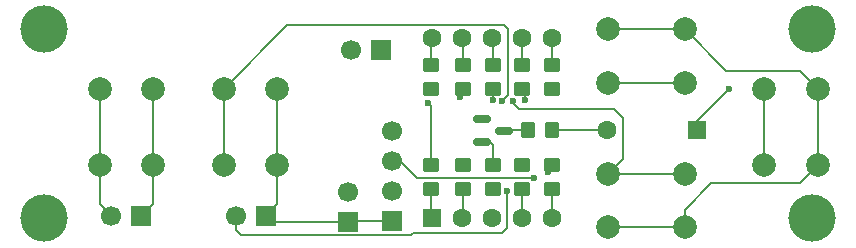
<source format=gbr>
G04 This is an RS-274x file exported by *
G04 gerbv version 2.10.0 *
G04 More information is available about gerbv at *
G04 https://gerbv.github.io/ *
G04 --End of header info--*
%MOIN*%
%FSLAX36Y36*%
%IPPOS*%
G04 --Define apertures--*
%ADD10C,0.0787*%
%ADD11R,0.0669X0.0669*%
%ADD12C,0.0669*%
%ADD13C,0.0630*%
%ADD14R,0.0630X0.0630*%
%AMMACRO15*
4,1,4,-0.013780,-0.017717,0.013780,-0.017717,0.013780,0.017717,-0.013780,0.017717,-0.013780,-0.017717,0.000000*
1,1,0.019685,-0.013780,-0.017717*
1,1,0.019685,0.013780,-0.017717*
1,1,0.019685,0.013780,0.017717*
1,1,0.019685,-0.013780,0.017717*
20,1,0.019685,-0.013780,-0.017717,0.013780,-0.017717,0.000000*
20,1,0.019685,0.013780,-0.017717,0.013780,0.017717,0.000000*
20,1,0.019685,0.013780,0.017717,-0.013780,0.017717,0.000000*
20,1,0.019685,-0.013780,0.017717,-0.013780,-0.017717,0.000000*
%
%ADD15MACRO15*%
%AMMACRO16*
4,1,4,0.017717,-0.013780,0.017717,0.013780,-0.017717,0.013780,-0.017717,-0.013780,0.017717,-0.013780,0.000000*
1,1,0.019685,0.017717,-0.013780*
1,1,0.019685,0.017717,0.013780*
1,1,0.019685,-0.017717,0.013780*
1,1,0.019685,-0.017717,-0.013780*
20,1,0.019685,0.017717,-0.013780,0.017717,0.013780,0.000000*
20,1,0.019685,0.017717,0.013780,-0.017717,0.013780,0.000000*
20,1,0.019685,-0.017717,0.013780,-0.017717,-0.013780,0.000000*
20,1,0.019685,-0.017717,-0.013780,0.017717,-0.013780,0.000000*
%
%ADD16MACRO16*%
%AMMACRO17*
4,1,4,-0.023130,-0.005906,0.023130,-0.005906,0.023130,0.005906,-0.023130,0.005906,-0.023130,-0.005906,0.000000*
1,1,0.011811,-0.023130,-0.005906*
1,1,0.011811,0.023130,-0.005906*
1,1,0.011811,0.023130,0.005906*
1,1,0.011811,-0.023130,0.005906*
20,1,0.011811,-0.023130,-0.005906,0.023130,-0.005906,0.000000*
20,1,0.011811,0.023130,-0.005906,0.023130,0.005906,0.000000*
20,1,0.011811,0.023130,0.005906,-0.023130,0.005906,0.000000*
20,1,0.011811,-0.023130,0.005906,-0.023130,-0.005906,0.000000*
%
%ADD17MACRO17*%
%AMMACRO18*
4,1,4,-0.017717,0.013780,-0.017717,-0.013780,0.017717,-0.013780,0.017717,0.013780,-0.017717,0.013780,0.000000*
1,1,0.019685,-0.017717,0.013780*
1,1,0.019685,-0.017717,-0.013780*
1,1,0.019685,0.017717,-0.013780*
1,1,0.019685,0.017717,0.013780*
20,1,0.019685,-0.017717,0.013780,-0.017717,-0.013780,0.000000*
20,1,0.019685,-0.017717,-0.013780,0.017717,-0.013780,0.000000*
20,1,0.019685,0.017717,-0.013780,0.017717,0.013780,0.000000*
20,1,0.019685,0.017717,0.013780,-0.017717,0.013780,0.000000*
%
%ADD18MACRO18*%
%AMMACRO19*
4,1,4,0.023622,-0.023622,0.023622,0.023622,-0.023622,0.023622,-0.023622,-0.023622,0.023622,-0.023622,0.000000*
1,1,0.019685,0.023622,-0.023622*
1,1,0.019685,0.023622,0.023622*
1,1,0.019685,-0.023622,0.023622*
1,1,0.019685,-0.023622,-0.023622*
20,1,0.019685,0.023622,-0.023622,0.023622,0.023622,0.000000*
20,1,0.019685,0.023622,0.023622,-0.023622,0.023622,0.000000*
20,1,0.019685,-0.023622,0.023622,-0.023622,-0.023622,0.000000*
20,1,0.019685,-0.023622,-0.023622,0.023622,-0.023622,0.000000*
%
%ADD19MACRO19*%
%ADD20C,0.1575*%
%ADD21C,0.0236*%
%ADD22C,0.0079*%
G04 --Start main section--*
G54D10*
G01X5088583Y-3484252D03*
G01X5088583Y-3228346D03*
G01X5265748Y-3484252D03*
G01X5265748Y-3228346D03*
G01X4675197Y-3484252D03*
G01X4675197Y-3228346D03*
G01X4852362Y-3484252D03*
G01X4852362Y-3228346D03*
G54D11*
G01X4812992Y-3651575D03*
G54D12*
G01X4712992Y-3651575D03*
G54D11*
G01X5227953Y-3651575D03*
G54D12*
G01X5127953Y-3651575D03*
G54D13*
G01X6364173Y-3366142D03*
G54D14*
G01X6663386Y-3366142D03*
G54D15*
G01X6102362Y-3366142D03*
G01X6181102Y-3366142D03*
G54D16*
G01X5984252Y-3562992D03*
G01X5984252Y-3484252D03*
G54D17*
G01X5949311Y-3406004D03*
G01X5949311Y-3331201D03*
G01X6023130Y-3368602D03*
G54D10*
G01X6889764Y-3484252D03*
G01X6889764Y-3228346D03*
G01X7066929Y-3484252D03*
G01X7066929Y-3228346D03*
G01X6368110Y-3513780D03*
G01X6624016Y-3513780D03*
G01X6368110Y-3690945D03*
G01X6624016Y-3690945D03*
G01X6624016Y-3208661D03*
G01X6368110Y-3208661D03*
G01X6624016Y-3031496D03*
G01X6368110Y-3031496D03*
G54D13*
G01X5782677Y-3061417D03*
G01X5882677Y-3061417D03*
G01X5982677Y-3061417D03*
G01X6082677Y-3061417D03*
G01X6182677Y-3061417D03*
G01X6182677Y-3661417D03*
G01X6082677Y-3661417D03*
G01X5982677Y-3661417D03*
G01X5882677Y-3661417D03*
G54D14*
G01X5782677Y-3661417D03*
G54D18*
G01X6181102Y-3484252D03*
G01X6181102Y-3562992D03*
G54D16*
G01X5777559Y-3228346D03*
G01X5777559Y-3149606D03*
G01X5885827Y-3228346D03*
G01X5885827Y-3149606D03*
G54D18*
G01X5777559Y-3484252D03*
G01X5777559Y-3562992D03*
G01X5885827Y-3484252D03*
G01X5885827Y-3562992D03*
G01X6082677Y-3484252D03*
G01X6082677Y-3562992D03*
G54D16*
G01X6181102Y-3228346D03*
G01X6181102Y-3149606D03*
G01X6082677Y-3228346D03*
G01X6082677Y-3149606D03*
G54D18*
G01X5984252Y-3149606D03*
G01X5984252Y-3228346D03*
G54D11*
G01X5501969Y-3672835D03*
G54D12*
G01X5501969Y-3572835D03*
G54D11*
G01X5649606Y-3671260D03*
G54D12*
G01X5649606Y-3571260D03*
G01X5649606Y-3471260D03*
G01X5649606Y-3371260D03*
G54D11*
G01X5610236Y-3100394D03*
G54D12*
G01X5510236Y-3100394D03*
G54D20*
G01X4488189Y-3661417D03*
G01X4488189Y-3031496D03*
G01X7047244Y-3661417D03*
G01X7047244Y-3031496D03*
G54D21*
G01X6771654Y-3228346D03*
G01X5944882Y-3326772D03*
G01X6016045Y-3268212D03*
G01X6031496Y-3569747D03*
G01X5991412Y-3570192D03*
G01X6052481Y-3269085D03*
G01X6120740Y-3527559D03*
G01X5767717Y-3277559D03*
G01X5875984Y-3257874D03*
G01X6181289Y-3227984D03*
G01X6092520Y-3267717D03*
G01X5984252Y-3267717D03*
G01X5777559Y-3228346D03*
G01X5883954Y-3483072D03*
G01X6166884Y-3506988D03*
G01X6073478Y-3482241D03*
G54D22*
G01X6663386Y-3366142D02*
G01X6663386Y-3336614D01*
G01X6663386Y-3336614D02*
G01X6771654Y-3228346D01*
G01X5088583Y-3484252D02*
G01X5088583Y-3228346D01*
G01X5265748Y-3228346D02*
G01X5275591Y-3228346D01*
G01X5265748Y-3484252D02*
G01X5265748Y-3228346D01*
G01X5265748Y-3484252D02*
G01X5265748Y-3613780D01*
G01X5265748Y-3613780D02*
G01X5227953Y-3651575D01*
G01X5501969Y-3672835D02*
G01X5249213Y-3672835D01*
G01X5249213Y-3672835D02*
G01X5227953Y-3651575D01*
G01X5649606Y-3671260D02*
G01X5503543Y-3671260D01*
G01X5503543Y-3671260D02*
G01X5501969Y-3672835D01*
G01X6368110Y-3513780D02*
G01X6624016Y-3513780D01*
G01X6624016Y-3208661D02*
G01X6368110Y-3208661D01*
G01X6624016Y-3031496D02*
G01X6368110Y-3031496D01*
G01X7066929Y-3228346D02*
G01X7007874Y-3169291D01*
G01X6761811Y-3169291D02*
G01X6624016Y-3031496D01*
G01X7007874Y-3169291D02*
G01X6761811Y-3169291D01*
G01X6624016Y-3690945D02*
G01X6624016Y-3631890D01*
G01X6712598Y-3543307D02*
G01X7007874Y-3543307D01*
G01X6624016Y-3631890D02*
G01X6712598Y-3543307D01*
G01X7007874Y-3543307D02*
G01X7066929Y-3484252D01*
G01X7066929Y-3484252D02*
G01X7066929Y-3228346D01*
G01X6889764Y-3484252D02*
G01X6889764Y-3228346D01*
G01X6368110Y-3690945D02*
G01X6624016Y-3690945D01*
G01X5949311Y-3331201D02*
G01X5944882Y-3326772D01*
G01X4852362Y-3484252D02*
G01X4852362Y-3612205D01*
G01X4852362Y-3612205D02*
G01X4812992Y-3651575D01*
G01X4675197Y-3484252D02*
G01X4675197Y-3613780D01*
G01X4675197Y-3613780D02*
G01X4712992Y-3651575D01*
G01X4852362Y-3228346D02*
G01X4852362Y-3484252D01*
G01X4675197Y-3228346D02*
G01X4675197Y-3484252D01*
G01X6020039Y-3018071D02*
G01X5298858Y-3018071D01*
G01X6016045Y-3268212D02*
G01X6033465Y-3250792D01*
G01X6033465Y-3250792D02*
G01X6033465Y-3031496D01*
G01X6033465Y-3031496D02*
G01X6020039Y-3018071D01*
G01X5298858Y-3018071D02*
G01X5088583Y-3228346D01*
G01X5710984Y-3718150D02*
G01X5145315Y-3718150D01*
G01X6031496Y-3569747D02*
G01X6031496Y-3692913D01*
G01X5145315Y-3718150D02*
G01X5127953Y-3700787D01*
G01X6031496Y-3692913D02*
G01X6013780Y-3710630D01*
G01X6013780Y-3710630D02*
G01X5718504Y-3710630D01*
G01X5718504Y-3710630D02*
G01X5710984Y-3718150D01*
G01X5127953Y-3700787D02*
G01X5127953Y-3651575D01*
G01X6120740Y-3527559D02*
G01X5732283Y-3527559D01*
G01X5675984Y-3471260D02*
G01X5649606Y-3471260D01*
G01X5732283Y-3527559D02*
G01X5675984Y-3471260D01*
G01X6364173Y-3366142D02*
G01X6181102Y-3366142D01*
G01X6052481Y-3269085D02*
G01X6053150Y-3269754D01*
G01X6053150Y-3269754D02*
G01X6053150Y-3277559D01*
G01X6417323Y-3326772D02*
G01X6417323Y-3464567D01*
G01X6053150Y-3277559D02*
G01X6072835Y-3297244D01*
G01X6072835Y-3297244D02*
G01X6387795Y-3297244D01*
G01X6387795Y-3297244D02*
G01X6417323Y-3326772D01*
G01X6417323Y-3464567D02*
G01X6368110Y-3513780D01*
G01X5974902Y-3406004D02*
G01X5984252Y-3415354D01*
G01X5949311Y-3406004D02*
G01X5974902Y-3406004D01*
G01X5984252Y-3415354D02*
G01X5984252Y-3484252D01*
G01X6102362Y-3366142D02*
G01X6025591Y-3366142D01*
G01X6025591Y-3366142D02*
G01X6023130Y-3368602D01*
G01X6116803Y-3523622D02*
G01X6120740Y-3527559D01*
G01X5777559Y-3287402D02*
G01X5767717Y-3277559D01*
G01X5777559Y-3484252D02*
G01X5777559Y-3287402D01*
G01X5875984Y-3257874D02*
G01X5875984Y-3238189D01*
G01X5875984Y-3238189D02*
G01X5885827Y-3228346D01*
G01X6092520Y-3238189D02*
G01X6082677Y-3228346D01*
G01X6092520Y-3267717D02*
G01X6092520Y-3238189D01*
G01X5984252Y-3267717D02*
G01X5984252Y-3228346D01*
G01X5984252Y-3149606D02*
G01X5984252Y-3062992D01*
G01X5984252Y-3062992D02*
G01X5982677Y-3061417D01*
G01X6181102Y-3492770D02*
G01X6166884Y-3506988D01*
G01X6181102Y-3484252D02*
G01X6181102Y-3492770D01*
G01X6181102Y-3562992D02*
G01X6181102Y-3659843D01*
G01X6181102Y-3659843D02*
G01X6182677Y-3661417D01*
G01X6082677Y-3562992D02*
G01X6082677Y-3661417D01*
G01X5885827Y-3562992D02*
G01X5885827Y-3658268D01*
G01X5885827Y-3658268D02*
G01X5882677Y-3661417D01*
G01X5777559Y-3562992D02*
G01X5777559Y-3656299D01*
G01X5777559Y-3656299D02*
G01X5782677Y-3661417D01*
G01X5777559Y-3149606D02*
G01X5777559Y-3066535D01*
G01X5777559Y-3066535D02*
G01X5782677Y-3061417D01*
G01X5885827Y-3149606D02*
G01X5885827Y-3064567D01*
G01X5885827Y-3064567D02*
G01X5882677Y-3061417D01*
G01X6082677Y-3149606D02*
G01X6082677Y-3061417D01*
G01X6181102Y-3149606D02*
G01X6181102Y-3062992D01*
G01X6181102Y-3062992D02*
G01X6182677Y-3061417D01*
M02*

</source>
